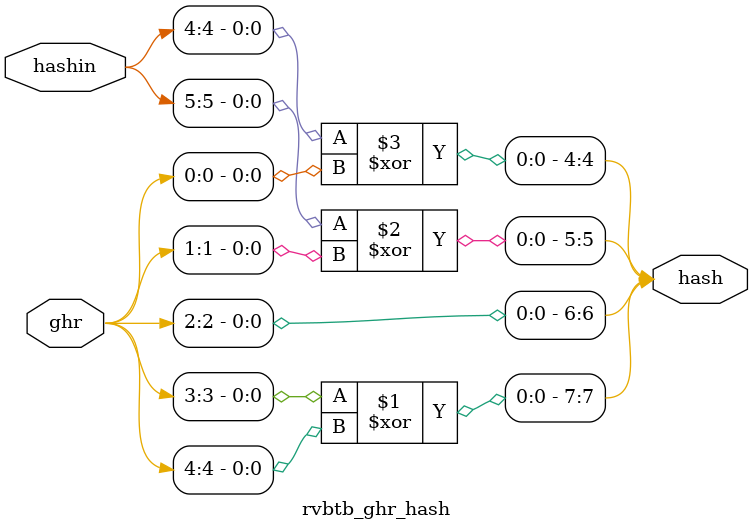
<source format=v>
module rvbtb_ghr_hash
(
  hashin,
  ghr,
  hash
);
  input [5:4] hashin;
  input [4:0] ghr;
  output [7:4] hash;
  wire [7:4] hash;
  assign hash[6] = ghr[2];
  assign hash[7] = ghr[3] ^ ghr[4];
  assign hash[5] = hashin[5] ^ ghr[1];
  assign hash[4] = hashin[4] ^ ghr[0];
endmodule
</source>
